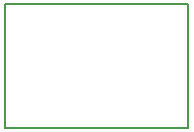
<source format=gm1>
G04*
G04 #@! TF.GenerationSoftware,Altium Limited,Altium Designer,23.10.1 (27)*
G04*
G04 Layer_Color=11367680*
%FSLAX43Y43*%
%MOMM*%
G71*
G04*
G04 #@! TF.SameCoordinates,0D7B0408-4CF1-41DB-9FE2-DB35CB89E800*
G04*
G04*
G04 #@! TF.FilePolarity,Positive*
G04*
G01*
G75*
%ADD11C,0.127*%
D11*
Y10500D02*
X15500D01*
X0Y0D02*
Y10500D01*
X15500Y0D02*
Y10500D01*
X0Y0D02*
X15500D01*
M02*

</source>
